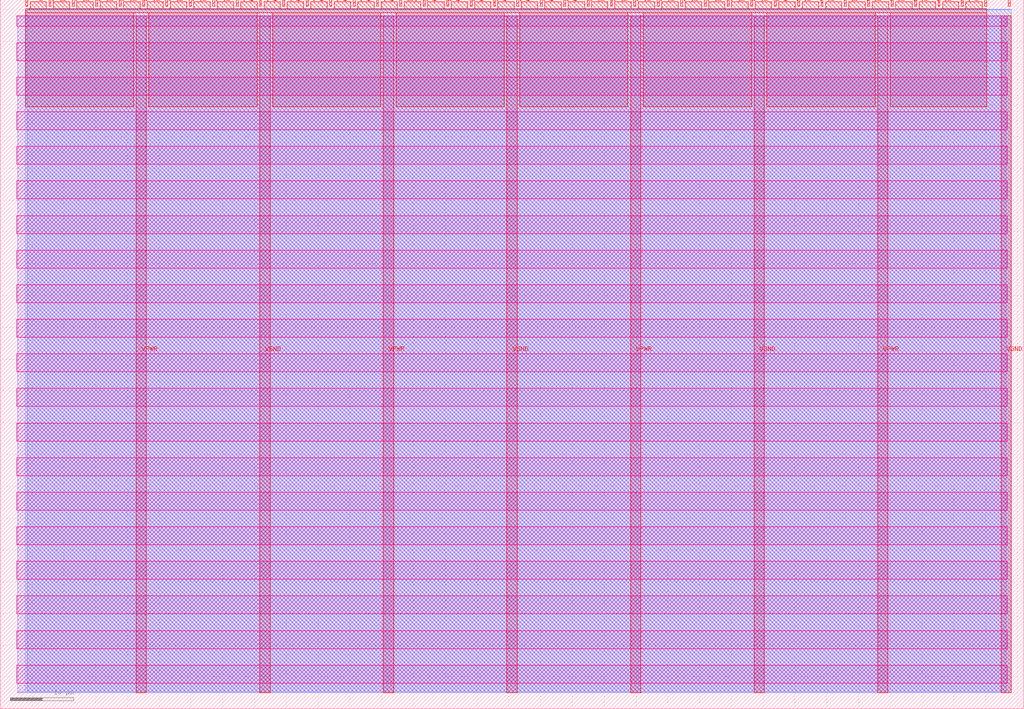
<source format=lef>
VERSION 5.7 ;
  NOWIREEXTENSIONATPIN ON ;
  DIVIDERCHAR "/" ;
  BUSBITCHARS "[]" ;
MACRO tt_um_wokwi_395055252374155265
  CLASS BLOCK ;
  FOREIGN tt_um_wokwi_395055252374155265 ;
  ORIGIN 0.000 0.000 ;
  SIZE 161.000 BY 111.520 ;
  PIN VGND
    DIRECTION INOUT ;
    USE GROUND ;
    PORT
      LAYER met4 ;
        RECT 40.830 2.480 42.430 109.040 ;
    END
    PORT
      LAYER met4 ;
        RECT 79.700 2.480 81.300 109.040 ;
    END
    PORT
      LAYER met4 ;
        RECT 118.570 2.480 120.170 109.040 ;
    END
    PORT
      LAYER met4 ;
        RECT 157.440 2.480 159.040 109.040 ;
    END
  END VGND
  PIN VPWR
    DIRECTION INOUT ;
    USE POWER ;
    PORT
      LAYER met4 ;
        RECT 21.395 2.480 22.995 109.040 ;
    END
    PORT
      LAYER met4 ;
        RECT 60.265 2.480 61.865 109.040 ;
    END
    PORT
      LAYER met4 ;
        RECT 99.135 2.480 100.735 109.040 ;
    END
    PORT
      LAYER met4 ;
        RECT 138.005 2.480 139.605 109.040 ;
    END
  END VPWR
  PIN clk
    DIRECTION INPUT ;
    USE SIGNAL ;
    ANTENNAGATEAREA 0.159000 ;
    PORT
      LAYER met4 ;
        RECT 154.870 110.520 155.170 111.520 ;
    END
  END clk
  PIN ena
    DIRECTION INPUT ;
    USE SIGNAL ;
    PORT
      LAYER met4 ;
        RECT 158.550 110.520 158.850 111.520 ;
    END
  END ena
  PIN rst_n
    DIRECTION INPUT ;
    USE SIGNAL ;
    PORT
      LAYER met4 ;
        RECT 151.190 110.520 151.490 111.520 ;
    END
  END rst_n
  PIN ui_in[0]
    DIRECTION INPUT ;
    USE SIGNAL ;
    ANTENNAGATEAREA 0.196500 ;
    PORT
      LAYER met4 ;
        RECT 147.510 110.520 147.810 111.520 ;
    END
  END ui_in[0]
  PIN ui_in[1]
    DIRECTION INPUT ;
    USE SIGNAL ;
    ANTENNAGATEAREA 0.196500 ;
    PORT
      LAYER met4 ;
        RECT 143.830 110.520 144.130 111.520 ;
    END
  END ui_in[1]
  PIN ui_in[2]
    DIRECTION INPUT ;
    USE SIGNAL ;
    ANTENNAGATEAREA 0.196500 ;
    PORT
      LAYER met4 ;
        RECT 140.150 110.520 140.450 111.520 ;
    END
  END ui_in[2]
  PIN ui_in[3]
    DIRECTION INPUT ;
    USE SIGNAL ;
    ANTENNAGATEAREA 0.196500 ;
    PORT
      LAYER met4 ;
        RECT 136.470 110.520 136.770 111.520 ;
    END
  END ui_in[3]
  PIN ui_in[4]
    DIRECTION INPUT ;
    USE SIGNAL ;
    ANTENNAGATEAREA 0.196500 ;
    PORT
      LAYER met4 ;
        RECT 132.790 110.520 133.090 111.520 ;
    END
  END ui_in[4]
  PIN ui_in[5]
    DIRECTION INPUT ;
    USE SIGNAL ;
    PORT
      LAYER met4 ;
        RECT 129.110 110.520 129.410 111.520 ;
    END
  END ui_in[5]
  PIN ui_in[6]
    DIRECTION INPUT ;
    USE SIGNAL ;
    PORT
      LAYER met4 ;
        RECT 125.430 110.520 125.730 111.520 ;
    END
  END ui_in[6]
  PIN ui_in[7]
    DIRECTION INPUT ;
    USE SIGNAL ;
    PORT
      LAYER met4 ;
        RECT 121.750 110.520 122.050 111.520 ;
    END
  END ui_in[7]
  PIN uio_in[0]
    DIRECTION INPUT ;
    USE SIGNAL ;
    PORT
      LAYER met4 ;
        RECT 118.070 110.520 118.370 111.520 ;
    END
  END uio_in[0]
  PIN uio_in[1]
    DIRECTION INPUT ;
    USE SIGNAL ;
    PORT
      LAYER met4 ;
        RECT 114.390 110.520 114.690 111.520 ;
    END
  END uio_in[1]
  PIN uio_in[2]
    DIRECTION INPUT ;
    USE SIGNAL ;
    PORT
      LAYER met4 ;
        RECT 110.710 110.520 111.010 111.520 ;
    END
  END uio_in[2]
  PIN uio_in[3]
    DIRECTION INPUT ;
    USE SIGNAL ;
    PORT
      LAYER met4 ;
        RECT 107.030 110.520 107.330 111.520 ;
    END
  END uio_in[3]
  PIN uio_in[4]
    DIRECTION INPUT ;
    USE SIGNAL ;
    PORT
      LAYER met4 ;
        RECT 103.350 110.520 103.650 111.520 ;
    END
  END uio_in[4]
  PIN uio_in[5]
    DIRECTION INPUT ;
    USE SIGNAL ;
    PORT
      LAYER met4 ;
        RECT 99.670 110.520 99.970 111.520 ;
    END
  END uio_in[5]
  PIN uio_in[6]
    DIRECTION INPUT ;
    USE SIGNAL ;
    PORT
      LAYER met4 ;
        RECT 95.990 110.520 96.290 111.520 ;
    END
  END uio_in[6]
  PIN uio_in[7]
    DIRECTION INPUT ;
    USE SIGNAL ;
    PORT
      LAYER met4 ;
        RECT 92.310 110.520 92.610 111.520 ;
    END
  END uio_in[7]
  PIN uio_oe[0]
    DIRECTION OUTPUT TRISTATE ;
    USE SIGNAL ;
    PORT
      LAYER met4 ;
        RECT 29.750 110.520 30.050 111.520 ;
    END
  END uio_oe[0]
  PIN uio_oe[1]
    DIRECTION OUTPUT TRISTATE ;
    USE SIGNAL ;
    PORT
      LAYER met4 ;
        RECT 26.070 110.520 26.370 111.520 ;
    END
  END uio_oe[1]
  PIN uio_oe[2]
    DIRECTION OUTPUT TRISTATE ;
    USE SIGNAL ;
    PORT
      LAYER met4 ;
        RECT 22.390 110.520 22.690 111.520 ;
    END
  END uio_oe[2]
  PIN uio_oe[3]
    DIRECTION OUTPUT TRISTATE ;
    USE SIGNAL ;
    PORT
      LAYER met4 ;
        RECT 18.710 110.520 19.010 111.520 ;
    END
  END uio_oe[3]
  PIN uio_oe[4]
    DIRECTION OUTPUT TRISTATE ;
    USE SIGNAL ;
    PORT
      LAYER met4 ;
        RECT 15.030 110.520 15.330 111.520 ;
    END
  END uio_oe[4]
  PIN uio_oe[5]
    DIRECTION OUTPUT TRISTATE ;
    USE SIGNAL ;
    PORT
      LAYER met4 ;
        RECT 11.350 110.520 11.650 111.520 ;
    END
  END uio_oe[5]
  PIN uio_oe[6]
    DIRECTION OUTPUT TRISTATE ;
    USE SIGNAL ;
    PORT
      LAYER met4 ;
        RECT 7.670 110.520 7.970 111.520 ;
    END
  END uio_oe[6]
  PIN uio_oe[7]
    DIRECTION OUTPUT TRISTATE ;
    USE SIGNAL ;
    PORT
      LAYER met4 ;
        RECT 3.990 110.520 4.290 111.520 ;
    END
  END uio_oe[7]
  PIN uio_out[0]
    DIRECTION OUTPUT TRISTATE ;
    USE SIGNAL ;
    ANTENNADIFFAREA 0.795200 ;
    PORT
      LAYER met4 ;
        RECT 59.190 110.520 59.490 111.520 ;
    END
  END uio_out[0]
  PIN uio_out[1]
    DIRECTION OUTPUT TRISTATE ;
    USE SIGNAL ;
    PORT
      LAYER met4 ;
        RECT 55.510 110.520 55.810 111.520 ;
    END
  END uio_out[1]
  PIN uio_out[2]
    DIRECTION OUTPUT TRISTATE ;
    USE SIGNAL ;
    PORT
      LAYER met4 ;
        RECT 51.830 110.520 52.130 111.520 ;
    END
  END uio_out[2]
  PIN uio_out[3]
    DIRECTION OUTPUT TRISTATE ;
    USE SIGNAL ;
    PORT
      LAYER met4 ;
        RECT 48.150 110.520 48.450 111.520 ;
    END
  END uio_out[3]
  PIN uio_out[4]
    DIRECTION OUTPUT TRISTATE ;
    USE SIGNAL ;
    PORT
      LAYER met4 ;
        RECT 44.470 110.520 44.770 111.520 ;
    END
  END uio_out[4]
  PIN uio_out[5]
    DIRECTION OUTPUT TRISTATE ;
    USE SIGNAL ;
    PORT
      LAYER met4 ;
        RECT 40.790 110.520 41.090 111.520 ;
    END
  END uio_out[5]
  PIN uio_out[6]
    DIRECTION OUTPUT TRISTATE ;
    USE SIGNAL ;
    PORT
      LAYER met4 ;
        RECT 37.110 110.520 37.410 111.520 ;
    END
  END uio_out[6]
  PIN uio_out[7]
    DIRECTION OUTPUT TRISTATE ;
    USE SIGNAL ;
    PORT
      LAYER met4 ;
        RECT 33.430 110.520 33.730 111.520 ;
    END
  END uio_out[7]
  PIN uo_out[0]
    DIRECTION OUTPUT TRISTATE ;
    USE SIGNAL ;
    ANTENNADIFFAREA 0.795200 ;
    PORT
      LAYER met4 ;
        RECT 88.630 110.520 88.930 111.520 ;
    END
  END uo_out[0]
  PIN uo_out[1]
    DIRECTION OUTPUT TRISTATE ;
    USE SIGNAL ;
    ANTENNADIFFAREA 0.795200 ;
    PORT
      LAYER met4 ;
        RECT 84.950 110.520 85.250 111.520 ;
    END
  END uo_out[1]
  PIN uo_out[2]
    DIRECTION OUTPUT TRISTATE ;
    USE SIGNAL ;
    ANTENNADIFFAREA 0.445500 ;
    PORT
      LAYER met4 ;
        RECT 81.270 110.520 81.570 111.520 ;
    END
  END uo_out[2]
  PIN uo_out[3]
    DIRECTION OUTPUT TRISTATE ;
    USE SIGNAL ;
    ANTENNADIFFAREA 0.795200 ;
    PORT
      LAYER met4 ;
        RECT 77.590 110.520 77.890 111.520 ;
    END
  END uo_out[3]
  PIN uo_out[4]
    DIRECTION OUTPUT TRISTATE ;
    USE SIGNAL ;
    PORT
      LAYER met4 ;
        RECT 73.910 110.520 74.210 111.520 ;
    END
  END uo_out[4]
  PIN uo_out[5]
    DIRECTION OUTPUT TRISTATE ;
    USE SIGNAL ;
    PORT
      LAYER met4 ;
        RECT 70.230 110.520 70.530 111.520 ;
    END
  END uo_out[5]
  PIN uo_out[6]
    DIRECTION OUTPUT TRISTATE ;
    USE SIGNAL ;
    PORT
      LAYER met4 ;
        RECT 66.550 110.520 66.850 111.520 ;
    END
  END uo_out[6]
  PIN uo_out[7]
    DIRECTION OUTPUT TRISTATE ;
    USE SIGNAL ;
    PORT
      LAYER met4 ;
        RECT 62.870 110.520 63.170 111.520 ;
    END
  END uo_out[7]
  OBS
      LAYER nwell ;
        RECT 2.570 107.385 158.430 108.990 ;
        RECT 2.570 101.945 158.430 104.775 ;
        RECT 2.570 96.505 158.430 99.335 ;
        RECT 2.570 91.065 158.430 93.895 ;
        RECT 2.570 85.625 158.430 88.455 ;
        RECT 2.570 80.185 158.430 83.015 ;
        RECT 2.570 74.745 158.430 77.575 ;
        RECT 2.570 69.305 158.430 72.135 ;
        RECT 2.570 63.865 158.430 66.695 ;
        RECT 2.570 58.425 158.430 61.255 ;
        RECT 2.570 52.985 158.430 55.815 ;
        RECT 2.570 47.545 158.430 50.375 ;
        RECT 2.570 42.105 158.430 44.935 ;
        RECT 2.570 36.665 158.430 39.495 ;
        RECT 2.570 31.225 158.430 34.055 ;
        RECT 2.570 25.785 158.430 28.615 ;
        RECT 2.570 20.345 158.430 23.175 ;
        RECT 2.570 14.905 158.430 17.735 ;
        RECT 2.570 9.465 158.430 12.295 ;
        RECT 2.570 4.025 158.430 6.855 ;
      LAYER li1 ;
        RECT 2.760 2.635 158.240 108.885 ;
      LAYER met1 ;
        RECT 2.760 2.480 159.040 109.040 ;
      LAYER met2 ;
        RECT 4.230 2.535 159.010 110.005 ;
      LAYER met3 ;
        RECT 3.950 2.555 159.030 109.985 ;
      LAYER met4 ;
        RECT 4.690 110.120 7.270 111.170 ;
        RECT 8.370 110.120 10.950 111.170 ;
        RECT 12.050 110.120 14.630 111.170 ;
        RECT 15.730 110.120 18.310 111.170 ;
        RECT 19.410 110.120 21.990 111.170 ;
        RECT 23.090 110.120 25.670 111.170 ;
        RECT 26.770 110.120 29.350 111.170 ;
        RECT 30.450 110.120 33.030 111.170 ;
        RECT 34.130 110.120 36.710 111.170 ;
        RECT 37.810 110.120 40.390 111.170 ;
        RECT 41.490 110.120 44.070 111.170 ;
        RECT 45.170 110.120 47.750 111.170 ;
        RECT 48.850 110.120 51.430 111.170 ;
        RECT 52.530 110.120 55.110 111.170 ;
        RECT 56.210 110.120 58.790 111.170 ;
        RECT 59.890 110.120 62.470 111.170 ;
        RECT 63.570 110.120 66.150 111.170 ;
        RECT 67.250 110.120 69.830 111.170 ;
        RECT 70.930 110.120 73.510 111.170 ;
        RECT 74.610 110.120 77.190 111.170 ;
        RECT 78.290 110.120 80.870 111.170 ;
        RECT 81.970 110.120 84.550 111.170 ;
        RECT 85.650 110.120 88.230 111.170 ;
        RECT 89.330 110.120 91.910 111.170 ;
        RECT 93.010 110.120 95.590 111.170 ;
        RECT 96.690 110.120 99.270 111.170 ;
        RECT 100.370 110.120 102.950 111.170 ;
        RECT 104.050 110.120 106.630 111.170 ;
        RECT 107.730 110.120 110.310 111.170 ;
        RECT 111.410 110.120 113.990 111.170 ;
        RECT 115.090 110.120 117.670 111.170 ;
        RECT 118.770 110.120 121.350 111.170 ;
        RECT 122.450 110.120 125.030 111.170 ;
        RECT 126.130 110.120 128.710 111.170 ;
        RECT 129.810 110.120 132.390 111.170 ;
        RECT 133.490 110.120 136.070 111.170 ;
        RECT 137.170 110.120 139.750 111.170 ;
        RECT 140.850 110.120 143.430 111.170 ;
        RECT 144.530 110.120 147.110 111.170 ;
        RECT 148.210 110.120 150.790 111.170 ;
        RECT 151.890 110.120 154.470 111.170 ;
        RECT 3.975 109.440 155.170 110.120 ;
        RECT 3.975 94.695 20.995 109.440 ;
        RECT 23.395 94.695 40.430 109.440 ;
        RECT 42.830 94.695 59.865 109.440 ;
        RECT 62.265 94.695 79.300 109.440 ;
        RECT 81.700 94.695 98.735 109.440 ;
        RECT 101.135 94.695 118.170 109.440 ;
        RECT 120.570 94.695 137.605 109.440 ;
        RECT 140.005 94.695 155.170 109.440 ;
  END
END tt_um_wokwi_395055252374155265
END LIBRARY


</source>
